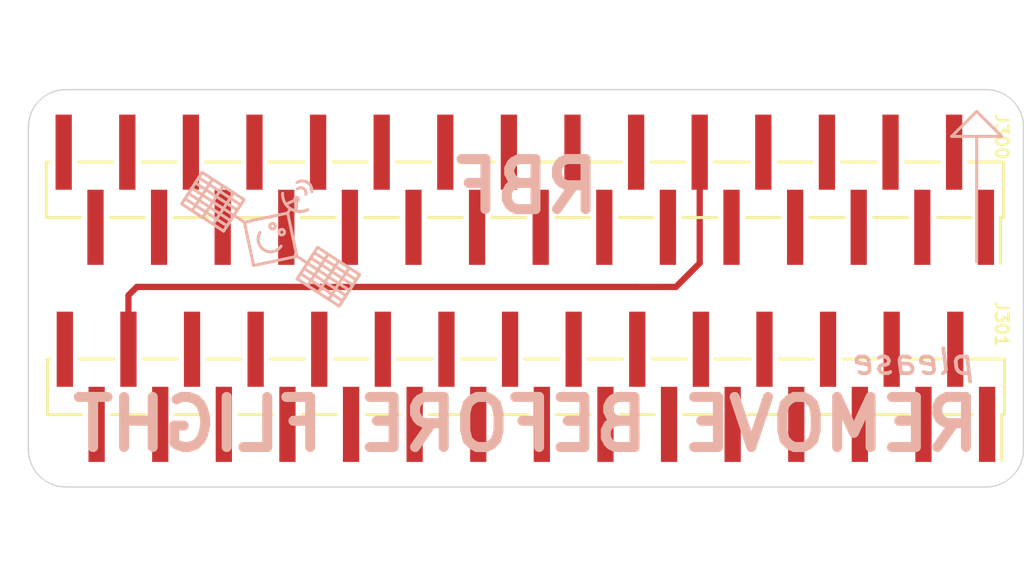
<source format=kicad_pcb>
(kicad_pcb (version 20211014) (generator pcbnew)
  (layers (0 "F.Cu" signal) (31 "B.Cu" signal) (34 "B.Paste" user) (35 "F.Paste" user) (36 "B.SilkS" user "B.Silkscreen") (37 "F.SilkS" user "F.Silkscreen") (38 "B.Mask" user) (39 "F.Mask" user) (44 "Edge.Cuts" user))
  (net 0 "")
  (net 1 "/H2-26")
  (net 2 "/H1-25")
  (net 3 "/H2-24")
  (net 4 "/H1-23")
  (net 5 "/H2-22")
  (net 6 "/H1-21")
  (net 7 "/H2-20")
  (net 8 "/H1-19")
  (net 9 "/H2-18")
  (net 10 "/H1-17")
  (net 11 "/H2-16")
  (net 12 "/GND")
  (net 13 "/H2-14")
  (net 14 "/H1-13")
  (net 15 "/H2-12")
  (net 16 "/H1-11")
  (net 17 "/H2-10")
  (net 18 "/H1-9")
  (net 19 "/H2-8")
  (net 20 "/H1-7")
  (net 21 "/H2-6")
  (net 22 "/H1-5")
  (net 23 "/H2-4")
  (net 24 "/H1-3")
  (net 25 "/H2-2")
  (net 26 "/H1-1")
  (net 27 "/+X_SOLAR_PWR")
  (net 28 "/-Z_SOLAR_RTN")
  (net 29 "/+X_SOLAR_TLE")
  (net 30 "/SEP1")
  (net 31 "/SEP4")
  (net 32 "/+Y_SOLAR_PWR")
  (net 33 "/-X_SOLAR_RTN")
  (net 34 "/+Y_SOLAR_TLE")
  (net 35 "/H2-52")
  (net 36 "/H1-51")
  (net 37 "/H2-50")
  (net 38 "/USER_2")
  (net 39 "/SELF_TEST")
  (net 40 "/H2-46")
  (net 41 "/H1-45")
  (net 42 "/H2-44")
  (net 43 "/H1-43")
  (net 44 "/H2-42")
  (net 45 "/H1-41")
  (net 46 "/H2-40")
  (net 47 "/H1-39")
  (net 48 "/H2-38")
  (net 49 "/H1-37")
  (net 50 "/H2-36")
  (net 51 "/H1-35")
  (net 52 "/H2-34")
  (net 53 "/H1-33")
  (net 54 "/H1-31")
  (net 55 "/BUS_RESET")
  (net 56 "/H2-28")
  (net 57 "/H1-27")
  (net 58 "/RBF")
  (footprint "backplane-rbf:NetTie-2_SMD_Pad0.25mm" (layer "F.Cu") (at 144.907 96.012 180)
    (fp_text reference "NT1" hide)
    (fp_text value "Net-Tie_2")
    (fp_poly (pts (xy -0.50038 -0.125) (xy 0.5 -0.125) (xy 0.5 0.125) (xy -0.50038 0.125)) (layer "F.Cu") (width 0) (fill solid))
    (pad "1" smd circle locked (at -0.5 0 180) (size 0.25 0.25) (layers "F.Cu") (net 58 "/RBF"))
    (pad "2" smd circle locked (at 0.5 0 180) (size 0.25 0.25) (layers "F.Cu") (net 35 "/H2-52"))
  )
  (footprint "backplane-rbf:FTS-130-01-L-SV" (layer "F.Cu") (at 139.954 92.13 -90)
    (fp_text reference "J300" (at -2.13 -19.046 -90 unlocked) (layer "F.SilkS") (effects (font (size 0.5 0.5) (thickness 0.1))))
    (fp_text value "FTS-130-01-L-SV")
    (fp_line (start -1.11 -14.02) (end -1.11 -12.65) (layer "F.SilkS") (width 0.12))
    (fp_line (start 1.11 -19) (end 2.94 -19) (layer "F.SilkS") (width 0.12))
    (fp_line (start 1.11 -0.05) (end 1.11 1.32) (layer "F.SilkS") (width 0.12))
    (fp_line (start -1.11 -11.48) (end -1.11 -10.11) (layer "F.SilkS") (width 0.12))
    (fp_line (start 1.11 5.03) (end 1.11 6.4) (layer "F.SilkS") (width 0.12))
    (fp_line (start -1.11 19) (end -1.11 19.11) (layer "F.SilkS") (width 0.12))
    (fp_line (start 1.11 7.57) (end 1.11 8.94) (layer "F.SilkS") (width 0.12))
    (fp_line (start -1.11 1.22) (end -1.11 2.59) (layer "F.SilkS") (width 0.12))
    (fp_line (start 1.11 -12.75) (end 1.11 -11.38) (layer "F.SilkS") (width 0.12))
    (fp_line (start -1.11 -16.56) (end -1.11 -15.19) (layer "F.SilkS") (width 0.12))
    (fp_line (start 1.11 17.73) (end 1.11 19.1) (layer "F.SilkS") (width 0.12))
    (fp_line (start 1.11 -10.21) (end 1.11 -8.84) (layer "F.SilkS") (width 0.12))
    (fp_line (start 1.11 10.11) (end 1.11 11.48) (layer "F.SilkS") (width 0.12))
    (fp_line (start 1.11 -19.11) (end 1.11 -19) (layer "F.SilkS") (width 0.12))
    (fp_line (start -1.11 -8.94) (end -1.11 -7.57) (layer "F.SilkS") (width 0.12))
    (fp_line (start -1.11 3.76) (end -1.11 5.13) (layer "F.SilkS") (width 0.12))
    (fp_line (start -1.11 19.11) (end 1.11 19.11) (layer "F.SilkS") (width 0.12))
    (fp_line (start -1.11 -19.1) (end -1.11 -17.73) (layer "F.SilkS") (width 0.12))
    (fp_line (start 1.11 -5.13) (end 1.11 -3.76) (layer "F.SilkS") (width 0.12))
    (fp_line (start 1.11 12.65) (end 1.11 14.02) (layer "F.SilkS") (width 0.12))
    (fp_line (start 1.11 -2.59) (end 1.11 -1.22) (layer "F.SilkS") (width 0.12))
    (fp_line (start -1.11 -19.11) (end 1.11 -19.11) (layer "F.SilkS") (width 0.12))
    (fp_line (start -1.11 8.84) (end -1.11 10.21) (layer "F.SilkS") (width 0.12))
    (fp_line (start -1.11 13.92) (end -1.11 15.29) (layer "F.SilkS") (width 0.12))
    (fp_line (start 1.11 -7.67) (end 1.11 -6.3) (layer "F.SilkS") (width 0.12))
    (fp_line (start -1.11 6.3) (end -1.11 7.67) (layer "F.SilkS") (width 0.12))
    (fp_line (start -1.11 -1.32) (end -1.11 0.05) (layer "F.SilkS") (width 0.12))
    (fp_line (start -1.11 16.46) (end -1.11 17.83) (layer "F.SilkS") (width 0.12))
    (fp_line (start 1.11 2.49) (end 1.11 3.86) (layer "F.SilkS") (width 0.12))
    (fp_line (start 1.11 -17.83) (end 1.11 -16.46) (layer "F.SilkS") (width 0.12))
    (fp_line (start 1.11 15.19) (end 1.11 16.56) (layer "F.SilkS") (width 0.12))
    (fp_line (start -1.11 -6.4) (end -1.11 -5.03) (layer "F.SilkS") (width 0.12))
    (fp_line (start -1.11 11.38) (end -1.11 12.75) (layer "F.SilkS") (width 0.12))
    (fp_line (start 1.11 -15.29) (end 1.11 -13.92) (layer "F.SilkS") (width 0.12))
    (fp_line (start -1.11 -3.86) (end -1.11 -2.49) (layer "F.SilkS") (width 0.12))
    (pad "1" smd rect locked (at 1.5 -18.415 270) (size 3 0.65) (layers "F.Cu" "F.Paste" "F.Mask") (net 30 "/SEP1"))
    (pad "2" smd rect locked (at -1.5 -17.145 270) (size 3 0.65) (layers "F.Cu" "F.Paste" "F.Mask") (net 28 "/-Z_SOLAR_RTN"))
    (pad "3" smd rect locked (at 1.5 -15.875 270) (size 3 0.65) (layers "F.Cu" "F.Paste" "F.Mask") (net 26 "/H1-1"))
    (pad "4" smd rect locked (at -1.5 -14.605 270) (size 3 0.65) (layers "F.Cu" "F.Paste" "F.Mask") (net 24 "/H1-3"))
    (pad "5" smd rect locked (at 1.5 -13.335 270) (size 3 0.65) (layers "F.Cu" "F.Paste" "F.Mask") (net 22 "/H1-5"))
    (pad "6" smd rect locked (at -1.5 -12.065 270) (size 3 0.65) (layers "F.Cu" "F.Paste" "F.Mask") (net 20 "/H1-7"))
    (pad "7" smd rect locked (at 1.5 -10.795 270) (size 3 0.65) (layers "F.Cu" "F.Paste" "F.Mask") (net 18 "/H1-9"))
    (pad "8" smd rect locked (at -1.5 -9.525 270) (size 3 0.65) (layers "F.Cu" "F.Paste" "F.Mask") (net 16 "/H1-11"))
    (pad "9" smd rect locked (at 1.5 -8.255 270) (size 3 0.65) (layers "F.Cu" "F.Paste" "F.Mask") (net 14 "/H1-13"))
    (pad "10" smd rect locked (at -1.5 -6.985 270) (size 3 0.65) (layers "F.Cu" "F.Paste" "F.Mask") (net 58 "/RBF"))
    (pad "11" smd rect locked (at 1.5 -5.715 270) (size 3 0.65) (layers "F.Cu" "F.Paste" "F.Mask") (net 10 "/H1-17"))
    (pad "12" smd rect locked (at -1.5 -4.445 270) (size 3 0.65) (layers "F.Cu" "F.Paste" "F.Mask") (net 8 "/H1-19"))
    (pad "13" smd rect locked (at 1.5 -3.175 270) (size 3 0.65) (layers "F.Cu" "F.Paste" "F.Mask") (net 6 "/H1-21"))
    (pad "14" smd rect locked (at -1.5 -1.905 270) (size 3 0.65) (layers "F.Cu" "F.Paste" "F.Mask") (net 4 "/H1-23"))
    (pad "15" smd rect locked (at 1.5 -0.635 270) (size 3 0.65) (layers "F.Cu" "F.Paste" "F.Mask") (net 2 "/H1-25"))
    (pad "16" smd rect locked (at -1.5 0.635 270) (size 3 0.65) (layers "F.Cu" "F.Paste" "F.Mask") (net 57 "/H1-27"))
    (pad "17" smd rect locked (at 1.5 1.905 270) (size 3 0.65) (layers "F.Cu" "F.Paste" "F.Mask") (net 55 "/BUS_RESET"))
    (pad "18" smd rect locked (at -1.5 3.175 270) (size 3 0.65) (layers "F.Cu" "F.Paste" "F.Mask") (net 54 "/H1-31"))
    (pad "19" smd rect locked (at 1.5 4.445 270) (size 3 0.65) (layers "F.Cu" "F.Paste" "F.Mask") (net 53 "/H1-33"))
    (pad "20" smd rect locked (at -1.5 5.715 270) (size 3 0.65) (layers "F.Cu" "F.Paste" "F.Mask") (net 51 "/H1-35"))
    (pad "21" smd rect locked (at 1.5 6.985 270) (size 3 0.65) (layers "F.Cu" "F.Paste" "F.Mask") (net 49 "/H1-37"))
    (pad "22" smd rect locked (at -1.5 8.255 270) (size 3 0.65) (layers "F.Cu" "F.Paste" "F.Mask") (net 47 "/H1-39"))
    (pad "23" smd rect locked (at 1.5 9.525 270) (size 3 0.65) (layers "F.Cu" "F.Paste" "F.Mask") (net 45 "/H1-41"))
    (pad "24" smd rect locked (at -1.5 10.795 270) (size 3 0.65) (layers "F.Cu" "F.Paste" "F.Mask") (net 43 "/H1-43"))
    (pad "25" smd rect locked (at 1.5 12.065 270) (size 3 0.65) (layers "F.Cu" "F.Paste" "F.Mask") (net 41 "/H1-45"))
    (pad "26" smd rect locked (at -1.5 13.335 270) (size 3 0.65) (layers "F.Cu" "F.Paste" "F.Mask") (net 39 "/SELF_TEST"))
    (pad "27" smd rect locked (at 1.5 14.605 270) (size 3 0.65) (layers "F.Cu" "F.Paste" "F.Mask") (net 38 "/USER_2"))
    (pad "28" smd rect locked (at -1.5 15.875 270) (size 3 0.65) (layers "F.Cu" "F.Paste" "F.Mask") (net 36 "/H1-51"))
    (pad "29" smd rect locked (at 1.5 17.145 270) (size 3 0.65) (layers "F.Cu" "F.Paste" "F.Mask") (net 34 "/+Y_SOLAR_TLE"))
    (pad "30" smd rect locked (at -1.5 18.415 270) (size 3 0.65) (layers "F.Cu" "F.Paste" "F.Mask") (net 32 "/+Y_SOLAR_PWR"))
  )
  (footprint "backplane-rbf:FTS-130-01-L-SV" (layer "F.Cu") (at 140 100 -90)
    (fp_text reference "J301" (at -2.5 -19 -90 unlocked) (layer "F.SilkS") (effects (font (size 0.5 0.5) (thickness 0.1))))
    (fp_text value "FTS-130-01-L-SV")
    (fp_line (start 1.11 -19.11) (end 1.11 -19) (layer "F.SilkS") (width 0.12))
    (fp_line (start 1.11 -17.83) (end 1.11 -16.46) (layer "F.SilkS") (width 0.12))
    (fp_line (start -1.11 -6.4) (end -1.11 -5.03) (layer "F.SilkS") (width 0.12))
    (fp_line (start 1.11 -19) (end 2.94 -19) (layer "F.SilkS") (width 0.12))
    (fp_line (start -1.11 13.92) (end -1.11 15.29) (layer "F.SilkS") (width 0.12))
    (fp_line (start 1.11 -7.67) (end 1.11 -6.3) (layer "F.SilkS") (width 0.12))
    (fp_line (start -1.11 -11.48) (end -1.11 -10.11) (layer "F.SilkS") (width 0.12))
    (fp_line (start -1.11 19.11) (end 1.11 19.11) (layer "F.SilkS") (width 0.12))
    (fp_line (start 1.11 -2.59) (end 1.11 -1.22) (layer "F.SilkS") (width 0.12))
    (fp_line (start 1.11 -0.05) (end 1.11 1.32) (layer "F.SilkS") (width 0.12))
    (fp_line (start -1.11 -14.02) (end -1.11 -12.65) (layer "F.SilkS") (width 0.12))
    (fp_line (start -1.11 6.3) (end -1.11 7.67) (layer "F.SilkS") (width 0.12))
    (fp_line (start 1.11 -12.75) (end 1.11 -11.38) (layer "F.SilkS") (width 0.12))
    (fp_line (start 1.11 10.11) (end 1.11 11.48) (layer "F.SilkS") (width 0.12))
    (fp_line (start -1.11 16.46) (end -1.11 17.83) (layer "F.SilkS") (width 0.12))
    (fp_line (start -1.11 19) (end -1.11 19.11) (layer "F.SilkS") (width 0.12))
    (fp_line (start 1.11 5.03) (end 1.11 6.4) (layer "F.SilkS") (width 0.12))
    (fp_line (start -1.11 -3.86) (end -1.11 -2.49) (layer "F.SilkS") (width 0.12))
    (fp_line (start 1.11 -5.13) (end 1.11 -3.76) (layer "F.SilkS") (width 0.12))
    (fp_line (start 1.11 15.19) (end 1.11 16.56) (layer "F.SilkS") (width 0.12))
    (fp_line (start 1.11 7.57) (end 1.11 8.94) (layer "F.SilkS") (width 0.12))
    (fp_line (start 1.11 2.49) (end 1.11 3.86) (layer "F.SilkS") (width 0.12))
    (fp_line (start -1.11 -8.94) (end -1.11 -7.57) (layer "F.SilkS") (width 0.12))
    (fp_line (start -1.11 -16.56) (end -1.11 -15.19) (layer "F.SilkS") (width 0.12))
    (fp_line (start 1.11 17.73) (end 1.11 19.1) (layer "F.SilkS") (width 0.12))
    (fp_line (start 1.11 -10.21) (end 1.11 -8.84) (layer "F.SilkS") (width 0.12))
    (fp_line (start 1.11 -15.29) (end 1.11 -13.92) (layer "F.SilkS") (width 0.12))
    (fp_line (start -1.11 1.22) (end -1.11 2.59) (layer "F.SilkS") (width 0.12))
    (fp_line (start 1.11 12.65) (end 1.11 14.02) (layer "F.SilkS") (width 0.12))
    (fp_line (start -1.11 3.76) (end -1.11 5.13) (layer "F.SilkS") (width 0.12))
    (fp_line (start -1.11 11.38) (end -1.11 12.75) (layer "F.SilkS") (width 0.12))
    (fp_line (start -1.11 -1.32) (end -1.11 0.05) (layer "F.SilkS") (width 0.12))
    (fp_line (start -1.11 8.84) (end -1.11 10.21) (layer "F.SilkS") (width 0.12))
    (fp_line (start -1.11 -19.11) (end 1.11 -19.11) (layer "F.SilkS") (width 0.12))
    (fp_line (start -1.11 -19.1) (end -1.11 -17.73) (layer "F.SilkS") (width 0.12))
    (pad "1" smd rect locked (at 1.5 -18.415 270) (size 3 0.65) (layers "F.Cu" "F.Paste" "F.Mask") (net 29 "/+X_SOLAR_TLE"))
    (pad "2" smd rect locked (at -1.5 -17.145 270) (size 3 0.65) (layers "F.Cu" "F.Paste" "F.Mask") (net 27 "/+X_SOLAR_PWR"))
    (pad "3" smd rect locked (at 1.5 -15.875 270) (size 3 0.65) (layers "F.Cu" "F.Paste" "F.Mask") (net 25 "/H2-2"))
    (pad "4" smd rect locked (at -1.5 -14.605 270) (size 3 0.65) (layers "F.Cu" "F.Paste" "F.Mask") (net 23 "/H2-4"))
    (pad "5" smd rect locked (at 1.5 -13.335 270) (size 3 0.65) (layers "F.Cu" "F.Paste" "F.Mask") (net 21 "/H2-6"))
    (pad "6" smd rect locked (at -1.5 -12.065 270) (size 3 0.65) (layers "F.Cu" "F.Paste" "F.Mask") (net 19 "/H2-8"))
    (pad "7" smd rect locked (at 1.5 -10.795 270) (size 3 0.65) (layers "F.Cu" "F.Paste" "F.Mask") (net 17 "/H2-10"))
    (pad "8" smd rect locked (at -1.5 -9.525 270) (size 3 0.65) (layers "F.Cu" "F.Paste" "F.Mask") (net 15 "/H2-12"))
    (pad "9" smd rect locked (at 1.5 -8.255 270) (size 3 0.65) (layers "F.Cu" "F.Paste" "F.Mask") (net 13 "/H2-14"))
    (pad "10" smd rect locked (at -1.5 -6.985 270) (size 3 0.65) (layers "F.Cu" "F.Paste" "F.Mask") (net 11 "/H2-16"))
    (pad "11" smd rect locked (at 1.5 -5.715 270) (size 3 0.65) (layers "F.Cu" "F.Paste" "F.Mask") (net 9 "/H2-18"))
    (pad "12" smd rect locked (at -1.5 -4.445 270) (size 3 0.65) (layers "F.Cu" "F.Paste" "F.Mask") (net 7 "/H2-20"))
    (pad "13" smd rect locked (at 1.5 -3.175 270) (size 3 0.65) (layers "F.Cu" "F.Paste" "F.Mask") (net 5 "/H2-22"))
    (pad "14" smd rect locked (at -1.5 -1.905 270) (size 3 0.65) (layers "F.Cu" "F.Paste" "F.Mask") (net 3 "/H2-24"))
    (pad "15" smd rect locked (at 1.5 -0.635 270) (size 3 0.65) (layers "F.Cu" "F.Paste" "F.Mask") (net 1 "/H2-26"))
    (pad "16" smd rect locked (at -1.5 0.635 270) (size 3 0.65) (layers "F.Cu" "F.Paste" "F.Mask") (net 56 "/H2-28"))
    (pad "17" smd rect locked (at 1.5 1.905 270) (size 3 0.65) (layers "F.Cu" "F.Paste" "F.Mask") (net 12 "/GND"))
    (pad "18" smd rect locked (at -1.5 3.175 270) (size 3 0.65) (layers "F.Cu" "F.Paste" "F.Mask") (net 12 "/GND"))
    (pad "19" smd rect locked (at 1.5 4.445 270) (size 3 0.65) (layers "F.Cu" "F.Paste" "F.Mask") (net 52 "/H2-34"))
    (pad "20" smd rect locked (at -1.5 5.715 270) (size 3 0.65) (layers "F.Cu" "F.Paste" "F.Mask") (net 50 "/H2-36"))
    (pad "21" smd rect locked (at 1.5 6.985 270) (size 3 0.65) (layers "F.Cu" "F.Paste" "F.Mask") (net 48 "/H2-38"))
    (pad "22" smd rect locked (at -1.5 8.255 270) (size 3 0.65) (layers "F.Cu" "F.Paste" "F.Mask") (net 46 "/H2-40"))
    (pad "23" smd rect locked (at 1.5 9.525 270) (size 3 0.65) (layers "F.Cu" "F.Paste" "F.Mask") (net 44 "/H2-42"))
    (pad "24" smd rect locked (at -1.5 10.795 270) (size 3 0.65) (layers "F.Cu" "F.Paste" "F.Mask") (net 42 "/H2-44"))
    (pad "25" smd rect locked (at 1.5 12.065 270) (size 3 0.65) (layers "F.Cu" "F.Paste" "F.Mask") (net 40 "/H2-46"))
    (pad "26" smd rect locked (at -1.5 13.335 270) (size 3 0.65) (layers "F.Cu" "F.Paste" "F.Mask") (net 12 "/GND"))
    (pad "27" smd rect locked (at 1.5 14.605 270) (size 3 0.65) (layers "F.Cu" "F.Paste" "F.Mask") (net 37 "/H2-50"))
    (pad "28" smd rect locked (at -1.5 15.875 270) (size 3 0.65) (layers "F.Cu" "F.Paste" "F.Mask") (net 35 "/H2-52"))
    (pad "29" smd rect locked (at 1.5 17.145 270) (size 3 0.65) (layers "F.Cu" "F.Paste" "F.Mask") (net 33 "/-X_SOLAR_RTN"))
    (pad "30" smd rect locked (at -1.5 18.415 270) (size 3 0.65) (layers "F.Cu" "F.Paste" "F.Mask") (net 31 "/SEP4"))
  )
  (gr_line (start 128.755222 93.42677) (end 129.122761 95.155907) (layer "B.SilkS") (width 0.12))
  (gr_line (start 128.755222 93.42677) (end 128.335886 93.154451) (layer "B.SilkS") (width 0.12))
  (gr_line (start 130.862754 95.68969) (end 131.271233 95.060687) (layer "B.SilkS") (width 0.12))
  (gr_line (start 132.948575 96.149965) (end 131.271233 95.060687) (layer "B.SilkS") (width 0.12))
  (gr_line (start 126.386226 92.484508) (end 128.063567 93.573786) (layer "B.SilkS") (width 0.12))
  (gr_line (start 126.250066 92.694176) (end 127.067025 91.43617) (layer "B.SilkS") (width 0.12))
  (gr_line (start 127.067025 91.43617) (end 128.744366 92.525448) (layer "B.SilkS") (width 0.12))
  (gr_line (start 128.744366 92.525448) (end 128.335886 93.154451) (layer "B.SilkS") (width 0.12))
  (gr_line (start 128.335886 93.154451) (end 127.927407 93.783454) (layer "B.SilkS") (width 0.12))
  (gr_line (start 127.927407 93.783454) (end 126.250066 92.694176) (layer "B.SilkS") (width 0.12))
  (gr_line (start 127.905695 91.980809) (end 127.088737 93.238815) (layer "B.SilkS") (width 0.12))
  (gr_line (start 127.508072 93.511134) (end 128.32503 92.253128) (layer "B.SilkS") (width 0.12))
  (gr_line (start 127.088737 93.238815) (end 126.669401 92.966495) (layer "B.SilkS") (width 0.12))
  (gr_line (start 126.669401 92.966495) (end 127.48636 91.708489) (layer "B.SilkS") (width 0.12))
  (gr_line (start 128.32503 92.253128) (end 127.905695 91.980809) (layer "B.SilkS") (width 0.12))
  (gr_line (start 126.658545 92.065173) (end 128.335886 93.154451) (layer "B.SilkS") (width 0.12))
  (gr_line (start 128.472046 92.944783) (end 126.794705 91.855505) (layer "B.SilkS") (width 0.12))
  (gr_line (start 126.794705 91.855505) (end 126.930865 91.645837) (layer "B.SilkS") (width 0.12))
  (gr_line (start 128.199727 93.364118) (end 126.522386 92.27484) (layer "B.SilkS") (width 0.12))
  (gr_line (start 126.522386 92.27484) (end 126.658545 92.065173) (layer "B.SilkS") (width 0.12))
  (gr_line (start 128.063567 93.573786) (end 128.199727 93.364118) (layer "B.SilkS") (width 0.12))
  (gr_line (start 126.930865 91.645837) (end 128.608206 92.735116) (layer "B.SilkS") (width 0.12))
  (gr_circle (center 129.880479 93.585187) (end 129.837715 93.557416) (layer "B.SilkS") (width 0.12) (fill none))
  (gr_line (start 130.410851 92.713404) (end 130.838374 92.514095) (layer "B.SilkS") (width 0.12))
  (gr_circle (center 130.838374 92.514095) (end 130.797526 92.576995) (layer "B.SilkS") (width 0.12) (fill none))
  (gr_line (start 159 90) (end 157 90) (layer "B.SilkS") (width 0.12))
  (gr_line (start 131.135074 95.270355) (end 132.812415 96.359633) (layer "B.SilkS") (width 0.12))
  (gr_line (start 158 89) (end 159 90) (layer "B.SilkS") (width 0.12))
  (gr_line (start 132.540095 96.778968) (end 130.862754 95.68969) (layer "B.SilkS") (width 0.12))
  (gr_line (start 131.543553 94.641352) (end 131.407393 94.85102) (layer "B.SilkS") (width 0.12))
  (gr_line (start 131.701425 96.234329) (end 132.518383 94.976324) (layer "B.SilkS") (width 0.12))
  (gr_line (start 129.122761 95.155907) (end 130.851898 94.788368) (layer "B.SilkS") (width 0.12))
  (gr_line (start 158 89) (end 157 90) (layer "B.SilkS") (width 0.12))
  (gr_line (start 132.812415 96.359633) (end 132.676255 96.569301) (layer "B.SilkS") (width 0.12))
  (gr_line (start 131.407393 94.85102) (end 133.084734 95.940298) (layer "B.SilkS") (width 0.12))
  (gr_line (start 133.357054 95.520963) (end 132.540095 96.778968) (layer "B.SilkS") (width 0.12))
  (gr_line (start 130.830186 92.985723) (end 130.838374 92.514095) (layer "B.SilkS") (width 0.12))
  (gr_line (start 130.851898 94.788368) (end 131.271233 95.060687) (layer "B.SilkS") (width 0.12))
  (gr_line (start 132.676255 96.569301) (end 130.998914 95.480023) (layer "B.SilkS") (width 0.12))
  (gr_line (start 133.084734 95.940298) (end 132.948575 96.149965) (layer "B.SilkS") (width 0.12))
  (gr_line (start 130.484359 93.059231) (end 130.851898 94.788368) (layer "B.SilkS") (width 0.12))
  (gr_line (start 132.099048 94.704004) (end 131.282089 95.96201) (layer "B.SilkS") (width 0.12))
  (gr_line (start 128.755222 93.42677) (end 130.484359 93.059231) (layer "B.SilkS") (width 0.12))
  (gr_arc (start 130.222895 94.379889) (mid 129.53124 94.526904) (end 129.384225 93.835249) (layer "B.SilkS") (width 0.12))
  (gr_line (start 158 90) (end 158 95) (layer "B.SilkS") (width 0.12))
  (gr_circle (center 130.249494 93.824828) (end 130.230649 93.872208) (layer "B.SilkS") (width 0.12) (fill none))
  (gr_line (start 132.518383 94.976324) (end 132.937719 95.248643) (layer "B.SilkS") (width 0.12))
  (gr_line (start 132.937719 95.248643) (end 132.12076 96.506649) (layer "B.SilkS") (width 0.12))
  (gr_line (start 130.484359 93.059231) (end 130.593287 92.891497) (layer "B.SilkS") (width 0.12))
  (gr_line (start 131.679713 94.431684) (end 133.357054 95.520963) (layer "B.SilkS") (width 0.12))
  (gr_line (start 131.282089 95.96201) (end 131.701425 96.234329) (layer "B.SilkS") (width 0.12))
  (gr_arc (start 131.287113 92.924746) (mid 130.596215 92.886987) (end 130.280707 92.271178) (layer "B.SilkS") (width 0.12))
  (gr_arc (start 130.87488 92.090666) (mid 131.121397 92.085538) (end 131.208501 92.31621) (layer "B.SilkS") (width 0.12))
  (gr_line (start 131.271233 95.060687) (end 131.679713 94.431684) (layer "B.SilkS") (width 0.12))
  (gr_line (start 133.220894 95.73063) (end 131.543553 94.641352) (layer "B.SilkS") (width 0.12))
  (gr_arc (start 130.858007 91.841236) (mid 131.272825 91.835481) (end 131.446718 92.212135) (layer "B.SilkS") (width 0.12))
  (gr_line (start 158.37 104) (end 121.63 104) (layer "Edge.Cuts") (width 0.05))
  (gr_line (start 158.37 88.13) (end 121.63 88.13) (layer "Edge.Cuts") (width 0.05))
  (gr_line (start 120.13 102.5) (end 120.13 89.63) (layer "Edge.Cuts") (width 0.05))
  (gr_arc (start 158.37 88.13) (mid 159.43066 88.56934) (end 159.87 89.63) (layer "Edge.Cuts") (width 0.05))
  (gr_line (start 159.87 102.5) (end 159.87 89.63) (layer "Edge.Cuts") (width 0.05))
  (gr_arc (start 159.87 102.5) (mid 159.43066 103.56066) (end 158.37 104) (layer "Edge.Cuts") (width 0.05))
  (gr_arc (start 121.63 104) (mid 120.56934 103.56066) (end 120.13 102.5) (layer "Edge.Cuts") (width 0.05))
  (gr_arc (start 120.13 89.63) (mid 120.56934 88.56934) (end 121.63 88.13) (layer "Edge.Cuts") (width 0.05))
  (gr_text "REMOVE BEFORE FLIGHT" (at 140 101.5) (layer "B.SilkS") (effects (font (size 2 2) (thickness 0.4)) (justify mirror)))
  (gr_text "please" (at 155.5 99) (layer "B.SilkS") (effects (font (size 1 1) (thickness 0.15) italic) (justify mirror)))
  (gr_text "RBF" (at 140 92) (layer "B.SilkS") (effects (font (size 2 2) (thickness 0.4)) (justify mirror)))
  (segment (start 144.407 96.012) (end 124.46 96.012) (width 0.25) (layer "F.Cu") (net 35))
  (segment (start 124.46 96.012) (end 124.125 96.347) (width 0.25) (layer "F.Cu") (net 35))
  (segment (start 124.125 96.347) (end 124.125 98.5) (width 0.25) (layer "F.Cu") (net 35))
  (segment (start 145.988 96.012) (end 146.939 95.061) (width 0.25) (layer "F.Cu") (net 58))
  (segment (start 145.407 96.012) (end 145.988 96.012) (width 0.25) (layer "F.Cu") (net 58))
  (segment (start 146.939 95.061) (end 146.939 90.63) (width 0.25) (layer "F.Cu") (net 58))
)
</source>
